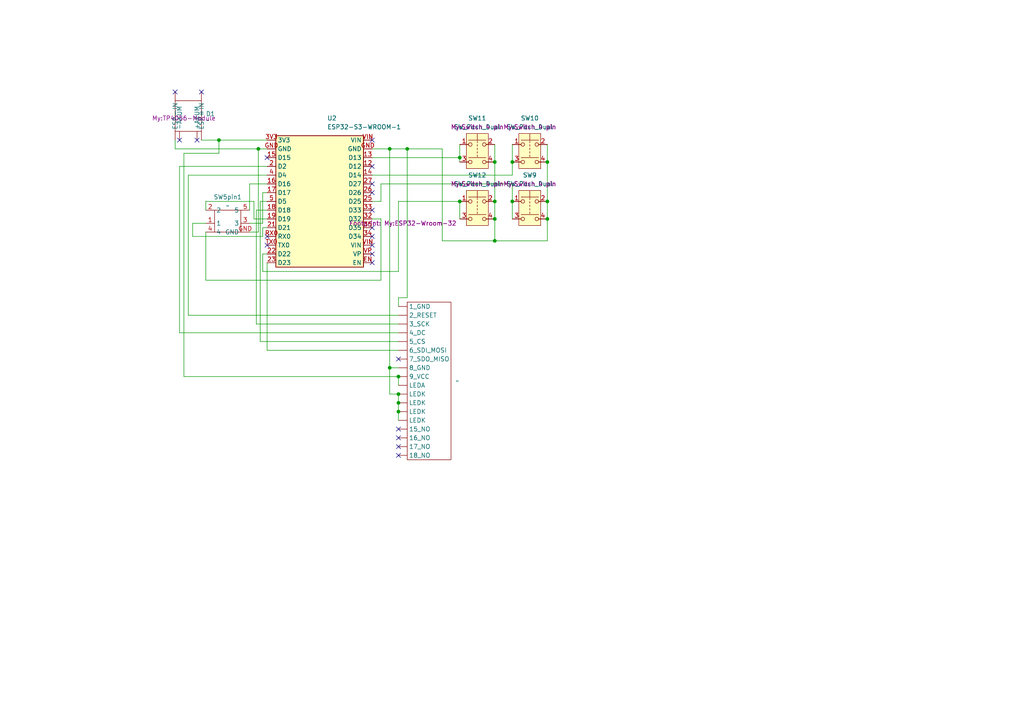
<source format=kicad_sch>
(kicad_sch (version 20250114) (generator "eeschema") (generator_version "9.0")
  (paper "A4")
  (lib_symbols
    (symbol "MySymbol:5pin_switch"
      (property "Reference" "SW5pin" (at 0 0 0))
      (symbol "5pin_switch_0_1"
        (rectangle (start -3.81 2.54) (end 3.81 -3.81))
      )
      (symbol "5pin_switch_1_1"
        (pin bidirectional line (at -6.35 2.54 0) (length 2.54) (name "2") (number "2"))
        (pin bidirectional line (at -6.35 -1.27 0) (length 2.54) (name "1") (number "1"))
        (pin bidirectional line (at -6.35 -3.81 0) (length 2.54) (name "4") (number "4"))
        (pin bidirectional line (at 6.35 2.54 180) (length 2.54) (name "5") (number "5"))
        (pin bidirectional line (at 6.35 -1.27 180) (length 2.54) (name "3") (number "3"))
        (pin bidirectional line (at 6.35 -3.81 180) (length 2.54) (name "GND") (number "GND"))
      )
    )
    (symbol "MySymbol:st7789_18pin"
      (property "Value" "~" (at 16.51 -21.59 0))
      (symbol "st7789_18pin_0_1"
        (rectangle (start 2.54 1.27) (end 15.24 -44.45))
      )
      (symbol "st7789_18pin_1_1"
        (pin input line (at 0 0 0) (length 2.54) (name "1_GND") (number ""))
        (pin input line (at 0 -2.54 0) (length 2.54) (name "2_RESET") (number ""))
        (pin input line (at 0 -5.08 0) (length 2.54) (name "3_SCK") (number ""))
        (pin input line (at 0 -7.62 0) (length 2.54) (name "4_DC") (number ""))
        (pin input line (at 0 -10.16 0) (length 2.54) (name "5_CS") (number ""))
        (pin input line (at 0 -12.7 0) (length 2.54) (name "6_SDI_MOSI") (number ""))
        (pin input line (at 0 -15.24 0) (length 2.54) (name "7_SDO_MISO") (number ""))
        (pin input line (at 0 -17.78 0) (length 2.54) (name "8_GND") (number ""))
        (pin input line (at 0 -20.32 0) (length 2.54) (name "9_VCC") (number ""))
        (pin input line (at 0 -22.86 0) (length 2.54) (name "LEDA") (number ""))
        (pin input line (at 0 -25.4 0) (length 2.54) (name "LEDK") (number ""))
        (pin input line (at 0 -27.94 0) (length 2.54) (name "LEDK") (number ""))
        (pin input line (at 0 -30.48 0) (length 2.54) (name "LEDK") (number ""))
        (pin input line (at 0 -33.02 0) (length 2.54) (name "LEDK") (number ""))
        (pin input line (at 0 -35.56 0) (length 2.54) (name "15_NO") (number ""))
        (pin input line (at 0 -38.1 0) (length 2.54) (name "16_NO") (number ""))
        (pin input line (at 0 -40.64 0) (length 2.54) (name "17_NO") (number ""))
        (pin input line (at 0 -43.18 0) (length 2.54) (name "18_NO") (number ""))
      )
    )
    (symbol "MySymbol:tp4056"
      (property "Reference" "D" (at 0 0 0))
      (symbol "tp4056_0_1"
        (polyline (pts (xy -2.54 5.08) (xy 5.08 5.08) (xy 5.08 -3.81) (xy -2.54 -3.81) (xy -2.54 5.08)))
      )
      (symbol "tp4056_1_1"
        (pin output line (at -2.54 7.62 270) (length 2.54) (name "-IN") (number ""))
        (pin output line (at -2.54 -6.35 90) (length 2.54) (name "ESP-") (number ""))
        (pin output line (at -1.27 -6.35 90) (length 2.54) (name "-AKUM") (number ""))
        (pin output line (at 3.81 -6.35 90) (length 2.54) (name "+AKUM") (number ""))
        (pin output line (at 5.08 7.62 270) (length 2.54) (name "+IN") (number ""))
        (pin output line (at 5.08 -6.35 90) (length 2.54) (name "ESP+") (number ""))
      )
    )
    (symbol "RF_Module:ESP32-S3-WROOM-1"
      (property "Reference" "U2" (at 2.1941 30.48 0))
      (property "Value" "ESP32-S3-WROOM-1" (at 2.1941 27.94 0))
      (property "Footprint" "My:ESP32-Wroom-32" (at 24.13 0 0) (show_name))
      (symbol "ESP32-S3-WROOM-1_0_0"
        (rectangle (start -12.7 25.4) (end 12.7 -12.7) (stroke (width 0.254)) (fill (type background)))
      )
      (symbol "ESP32-S3-WROOM-1_1_1"
        (pin power_in line (at -15.24 24.13 0) (length 2.54) (name "3V3") (number "3V3"))
        (pin power_in line (at -15.24 21.59 0) (length 2.54) (name "GND") (number "GND"))
        (pin bidirectional line (at -15.24 19.05 0) (length 2.54) (name "D15") (number "15"))
        (pin bidirectional line (at -15.24 16.51 0) (length 2.54) (name "D2") (number "2"))
        (pin bidirectional line (at -15.24 13.97 0) (length 2.54) (name "D4") (number "4"))
        (pin bidirectional line (at -15.24 11.43 0) (length 2.54) (name "D16") (number "16"))
        (pin bidirectional line (at -15.24 8.89 0) (length 2.54) (name "D17") (number "17"))
        (pin bidirectional line (at -15.24 6.35 0) (length 2.54) (name "D5") (number "5"))
        (pin bidirectional line (at -15.24 3.81 0) (length 2.54) (name "D18") (number "18"))
        (pin bidirectional line (at -15.24 1.27 0) (length 2.54) (name "D19") (number "19"))
        (pin bidirectional line (at -15.24 -1.27 0) (length 2.54) (name "D21") (number "21"))
        (pin bidirectional line (at -15.24 -3.81 0) (length 2.54) (name "RX0") (number "RX0"))
        (pin bidirectional line (at -15.24 -6.35 0) (length 2.54) (name "TX0") (number "TX0"))
        (pin bidirectional line (at -15.24 -8.89 0) (length 2.54) (name "D22") (number "22"))
        (pin bidirectional line (at -15.24 -11.43 0) (length 2.54) (name "D23") (number "23"))
        (pin passive line (at 0 -15.24 90) (length 2.54) (hide yes) (name "GND") (number "40"))
        (pin passive line (at 0 -15.24 90) (length 2.54) (hide yes) (name "GND") (number "41"))
        (pin bidirectional line (at 15.24 24.13 180) (length 2.54) (name "VIN") (number "VIN"))
        (pin power_in line (at 15.24 21.59 180) (length 2.54) (name "GND") (number "GND"))
        (pin bidirectional line (at 15.24 19.05 180) (length 2.54) (name "D13") (number "13"))
        (pin bidirectional line (at 15.24 16.51 180) (length 2.54) (name "D12") (number "12"))
        (pin bidirectional line (at 15.24 13.97 180) (length 2.54) (name "D14") (number "14"))
        (pin bidirectional line (at 15.24 11.43 180) (length 2.54) (name "D27") (number "27"))
        (pin bidirectional line (at 15.24 8.89 180) (length 2.54) (name "D26") (number "26"))
        (pin bidirectional line (at 15.24 6.35 180) (length 2.54) (name "D25") (number "25"))
        (pin bidirectional line (at 15.24 3.81 180) (length 2.54) (name "D33") (number "33"))
        (pin bidirectional line (at 15.24 1.27 180) (length 2.54) (name "D32") (number "32"))
        (pin bidirectional line (at 15.24 -1.27 180) (length 2.54) (name "D35") (number "35"))
        (pin bidirectional line (at 15.24 -3.81 180) (length 2.54) (name "D34") (number "34"))
        (pin bidirectional line (at 15.24 -6.35 180) (length 2.54) (name "VIN") (number "VIN"))
        (pin bidirectional line (at 15.24 -8.89 180) (length 2.54) (name "VP") (number "VP"))
        (pin input line (at 15.24 -11.43 180) (length 2.54) (name "EN") (number "EN"))
      )
    )
    (symbol "Switch:SW_Push_Dual" (pin_names (offset 1.016) (hide yes))
      (property "Reference" "SW" (at 0 7.62 0))
      (property "Value" "SW_Push_Dual" (at 0 -6.35 0))
      (symbol "SW_Push_Dual_0_1"
        (circle (center -2.032 2.54) (radius 0.508))
        (circle (center -2.032 -2.54) (radius 0.508))
        (polyline (pts (xy 0 3.81) (xy 0 5.588)))
        (polyline (pts (xy 0 3.048) (xy 0 3.556)))
        (polyline (pts (xy 0 2.032) (xy 0 2.54)))
        (polyline (pts (xy 0 1.016) (xy 0 1.524)))
        (polyline (pts (xy 0 0.508) (xy 0 0)))
        (polyline (pts (xy 0 -0.508) (xy 0 -1.016)))
        (circle (center 2.032 2.54) (radius 0.508))
        (circle (center 2.032 -2.54) (radius 0.508))
        (polyline (pts (xy 2.54 3.81) (xy -2.54 3.81)))
        (polyline (pts (xy 2.54 -1.27) (xy -2.54 -1.27)))
        (pin passive line (at -5.08 2.54 0) (length 2.54) (name "1") (number "1"))
        (pin passive line (at -5.08 -2.54 0) (length 2.54) (name "3") (number "3"))
        (pin passive line (at 5.08 2.54 180) (length 2.54) (name "2") (number "2"))
        (pin passive line (at 5.08 -2.54 180) (length 2.54) (name "4") (number "4"))
      )
      (symbol "SW_Push_Dual_1_1"
        (rectangle (start -3.175 5.715) (end 3.175 -4.445) (fill (type background)))
      )
    )
  )
  (junction (at 143.51 46.99))
  (junction (at 118.11 43.18))
  (junction (at 148.59 46.99))
  (junction (at 133.35 45.72))
  (junction (at 63.5 40.64))
  (junction (at 158.75 58.42))
  (junction (at 74.93 43.18))
  (junction (at 115.57 119.38))
  (junction (at 143.51 63.5))
  (junction (at 113.03 43.18))
  (junction (at 158.75 63.5))
  (junction (at 143.51 58.42))
  (junction (at 115.57 116.84))
  (junction (at 133.35 58.42))
  (junction (at 143.51 69.85))
  (junction (at 113.03 106.68))
  (junction (at 148.59 58.42))
  (junction (at 115.57 109.22))
  (junction (at 158.75 46.99))
  (junction (at 115.57 114.3))
  (no_connect (at 58.42 26.67))
  (no_connect (at 52.07 40.64))
  (no_connect (at 115.57 132.08))
  (no_connect (at 115.57 104.14))
  (no_connect (at 107.95 68.58))
  (no_connect (at 115.57 127))
  (no_connect (at 107.95 66.04))
  (no_connect (at 77.47 45.72))
  (no_connect (at 77.47 68.58))
  (no_connect (at 115.57 124.46))
  (no_connect (at 107.95 60.96))
  (no_connect (at 107.95 76.2))
  (no_connect (at 77.47 71.12))
  (no_connect (at 107.95 73.66))
  (no_connect (at 115.57 129.54))
  (no_connect (at 107.95 71.12))
  (no_connect (at 50.8 26.67))
  (no_connect (at 107.95 48.26))
  (no_connect (at 107.95 55.88))
  (no_connect (at 107.95 40.64))
  (no_connect (at 57.15 40.64))
  (no_connect (at 107.95 53.34))
  (wire (pts (xy 110.49 63.5) (xy 110.49 81.28)))
  (wire (pts (xy 113.03 43.18) (xy 118.11 43.18)))
  (wire (pts (xy 133.35 45.72) (xy 107.95 45.72)))
  (wire (pts (xy 115.57 114.3) (xy 113.03 114.3)))
  (wire (pts (xy 72.39 67.31) (xy 74.93 67.31)))
  (wire (pts (xy 54.61 50.8) (xy 77.47 50.8)))
  (wire (pts (xy 63.5 40.64) (xy 77.47 40.64)))
  (wire (pts (xy 77.47 55.88) (xy 76.2 55.88)))
  (wire (pts (xy 143.51 69.85) (xy 143.51 63.5)))
  (wire (pts (xy 115.57 58.42) (xy 115.57 78.74)))
  (wire (pts (xy 74.93 43.18) (xy 77.47 43.18)))
  (wire (pts (xy 107.95 63.5) (xy 110.49 63.5)))
  (wire (pts (xy 143.51 69.85) (xy 158.75 69.85)))
  (wire (pts (xy 148.59 46.99) (xy 148.59 50.8)))
  (wire (pts (xy 107.95 58.42) (xy 110.49 58.42)))
  (wire (pts (xy 118.11 86.36) (xy 115.57 86.36)))
  (wire (pts (xy 77.47 53.34) (xy 72.39 53.34)))
  (wire (pts (xy 148.59 53.34) (xy 110.49 53.34)))
  (wire (pts (xy 115.57 109.22) (xy 115.57 111.76)))
  (wire (pts (xy 59.69 60.96) (xy 59.69 58.42)))
  (wire (pts (xy 76.2 78.74) (xy 76.2 73.66)))
  (wire (pts (xy 50.8 40.64) (xy 50.8 43.18)))
  (wire (pts (xy 59.69 58.42) (xy 73.66 58.42)))
  (wire (pts (xy 133.35 45.72) (xy 133.35 46.99)))
  (wire (pts (xy 133.35 41.91) (xy 133.35 45.72)))
  (wire (pts (xy 75.471 99.06) (xy 75.471 58.42)))
  (wire (pts (xy 113.03 106.68) (xy 113.03 114.3)))
  (wire (pts (xy 76.2 64.77) (xy 72.39 64.77)))
  (wire (pts (xy 53.34 44.45) (xy 63.5 44.45)))
  (wire (pts (xy 52.07 48.26) (xy 77.47 48.26)))
  (wire (pts (xy 75.471 58.42) (xy 77.47 58.42)))
  (wire (pts (xy 73.66 63.5) (xy 77.47 63.5)))
  (wire (pts (xy 115.57 101.6) (xy 77.47 101.6)))
  (wire (pts (xy 110.49 81.28) (xy 59.69 81.28)))
  (wire (pts (xy 76.2 66.04) (xy 76.2 68.58)))
  (wire (pts (xy 50.8 43.18) (xy 74.93 43.18)))
  (wire (pts (xy 73.66 58.42) (xy 73.66 63.5)))
  (wire (pts (xy 77.47 66.04) (xy 76.2 66.04)))
  (wire (pts (xy 143.51 46.99) (xy 143.51 58.42)))
  (wire (pts (xy 55.88 64.77) (xy 59.69 64.77)))
  (wire (pts (xy 115.57 96.52) (xy 52.07 96.52)))
  (wire (pts (xy 77.47 101.6) (xy 77.47 76.2)))
  (wire (pts (xy 115.57 91.44) (xy 54.61 91.44)))
  (wire (pts (xy 148.59 58.42) (xy 148.59 53.34)))
  (wire (pts (xy 76.2 55.88) (xy 76.2 64.77)))
  (wire (pts (xy 115.57 99.06) (xy 75.471 99.06)))
  (wire (pts (xy 54.61 91.44) (xy 54.61 50.8)))
  (wire (pts (xy 115.57 119.38) (xy 115.57 121.92)))
  (wire (pts (xy 158.75 41.91) (xy 158.75 46.99)))
  (wire (pts (xy 58.42 40.64) (xy 63.5 40.64)))
  (wire (pts (xy 133.35 58.42) (xy 115.57 58.42)))
  (wire (pts (xy 128.27 43.18) (xy 128.27 69.85)))
  (wire (pts (xy 115.57 106.68) (xy 113.03 106.68)))
  (wire (pts (xy 133.35 58.42) (xy 133.35 63.5)))
  (wire (pts (xy 107.95 43.18) (xy 113.03 43.18)))
  (wire (pts (xy 63.5 44.45) (xy 63.5 40.64)))
  (wire (pts (xy 72.39 53.34) (xy 72.39 60.96)))
  (wire (pts (xy 148.59 58.42) (xy 148.59 63.5)))
  (wire (pts (xy 158.75 46.99) (xy 158.75 58.42)))
  (wire (pts (xy 74.3483 93.98) (xy 74.3483 60.96)))
  (wire (pts (xy 52.07 96.52) (xy 52.07 48.26)))
  (wire (pts (xy 118.11 43.18) (xy 128.27 43.18)))
  (wire (pts (xy 128.27 69.85) (xy 143.51 69.85)))
  (wire (pts (xy 55.88 68.58) (xy 55.88 64.77)))
  (wire (pts (xy 115.57 86.36) (xy 115.57 88.9)))
  (wire (pts (xy 143.51 41.91) (xy 143.51 46.99)))
  (wire (pts (xy 158.75 69.85) (xy 158.75 63.5)))
  (wire (pts (xy 110.49 53.34) (xy 110.49 58.42)))
  (wire (pts (xy 59.69 81.28) (xy 59.69 67.31)))
  (wire (pts (xy 76.2 73.66) (xy 77.47 73.66)))
  (wire (pts (xy 143.51 58.42) (xy 143.51 63.5)))
  (wire (pts (xy 115.57 116.84) (xy 115.57 119.38)))
  (wire (pts (xy 113.03 43.18) (xy 113.03 106.68)))
  (wire (pts (xy 115.57 93.98) (xy 74.3483 93.98)))
  (wire (pts (xy 74.3483 60.96) (xy 77.47 60.96)))
  (wire (pts (xy 148.59 41.91) (xy 148.59 46.99)))
  (wire (pts (xy 158.75 58.42) (xy 158.75 63.5)))
  (wire (pts (xy 115.57 78.74) (xy 76.2 78.74)))
  (wire (pts (xy 115.57 114.3) (xy 115.57 116.84)))
  (wire (pts (xy 76.2 68.58) (xy 55.88 68.58)))
  (wire (pts (xy 118.11 43.18) (xy 118.11 86.36)))
  (wire (pts (xy 74.93 67.31) (xy 74.93 43.18)))
  (wire (pts (xy 148.59 50.8) (xy 107.95 50.8)))
  (wire (pts (xy 53.34 109.22) (xy 115.57 109.22)))
  (wire (pts (xy 53.34 109.22) (xy 53.34 44.45)))
  (symbol (lib_id "MySymbol:st7789_18pin") (at 115.57 88.9 0) (unit 1)
    (property "Reference" "D2" (effects (hide yes)))
    (property "Value" "~" (at 132.08 110.49 0) (effects (justify left)))
    (property "Footprint" "Library:ST7789_18PIN" (effects (hide yes)))
  )
  (symbol (lib_id "Switch:SW_Push_Dual") (at 138.43 60.96 0) (unit 1)
    (property "Reference" "SW12" (at 138.43 50.8 0))
    (property "Value" "SW_Push_Dual" (at 138.43 53.34 0))
    (property "Footprint" "My:Switch 4 pin" (at 138.43 53.34 0))
    (property "Description" "Push button switch, generic, symbol, four pins" (effects (hide yes)))
  )
  (symbol (lib_id "Switch:SW_Push_Dual") (at 153.67 60.96 0) (unit 1)
    (property "Reference" "SW9" (at 153.67 50.8 0))
    (property "Value" "SW_Push_Dual" (at 153.67 53.34 0))
    (property "Footprint" "My:Switch 4 pin" (at 153.67 53.34 0))
    (property "Description" "Push button switch, generic, symbol, four pins" (effects (hide yes)))
  )
  (symbol (lib_id "RF_Module:ESP32-S3-WROOM-1") (at 92.71 64.77 0) (unit 1)
    (property "Reference" "U2" (at 94.9041 34.29 0) (effects (justify left)))
    (property "Value" "ESP32-S3-WROOM-1" (at 94.9041 36.83 0) (effects (justify left)))
    (property "Footprint" "My:ESP32-Wroom-32" (at 116.84 64.77 0) (show_name yes))
    (property "Datasheet" "https://www.espressif.com/sites/default/files/documentation/esp32-s3-wroom-1_wroom-1u_datasheet_en.pdf" (effects (hide yes)))
    (property "Description" "RF Module, ESP32-S3 SoC, Wi-Fi 802.11b/g/n, Bluetooth, BLE, 32-bit, 3.3V, onboard antenna, SMD" (effects (hide yes)))
  )
  (symbol (lib_id "MySymbol:5pin_switch") (at 66.04 63.5 0) (unit 1)
    (property "Reference" "SW5pin1" (at 66.04 57.15 0))
    (property "Value" "~" (at 66.04 59.69 0))
    (property "Footprint" "My:5 ping switch" (effects (hide yes)))
  )
  (symbol (lib_id "MySymbol:tp4056") (at 53.34 34.29 0) (unit 1)
    (property "Reference" "D1" (at 59.69 33.0199 0) (effects (justify left)))
    (property "Value" "~" (at 59.69 34.925 0) (effects (justify left)))
    (property "Footprint" "My:TP4056-Module" (at 53.34 34.29 0))
  )
  (symbol (lib_id "Switch:SW_Push_Dual") (at 153.67 44.45 0) (unit 1)
    (property "Reference" "SW10" (at 153.67 34.29 0))
    (property "Value" "SW_Push_Dual" (at 153.67 36.83 0))
    (property "Footprint" "My:Switch 4 pin" (at 153.67 36.83 0))
    (property "Description" "Push button switch, generic, symbol, four pins" (effects (hide yes)))
  )
  (symbol (lib_id "Switch:SW_Push_Dual") (at 138.43 44.45 0) (unit 1)
    (property "Reference" "SW11" (at 138.43 34.29 0))
    (property "Value" "SW_Push_Dual" (at 138.43 36.83 0))
    (property "Footprint" "My:Switch 4 pin" (at 138.43 36.83 0))
    (property "Description" "Push button switch, generic, symbol, four pins" (effects (hide yes)))
  )
)
</source>
